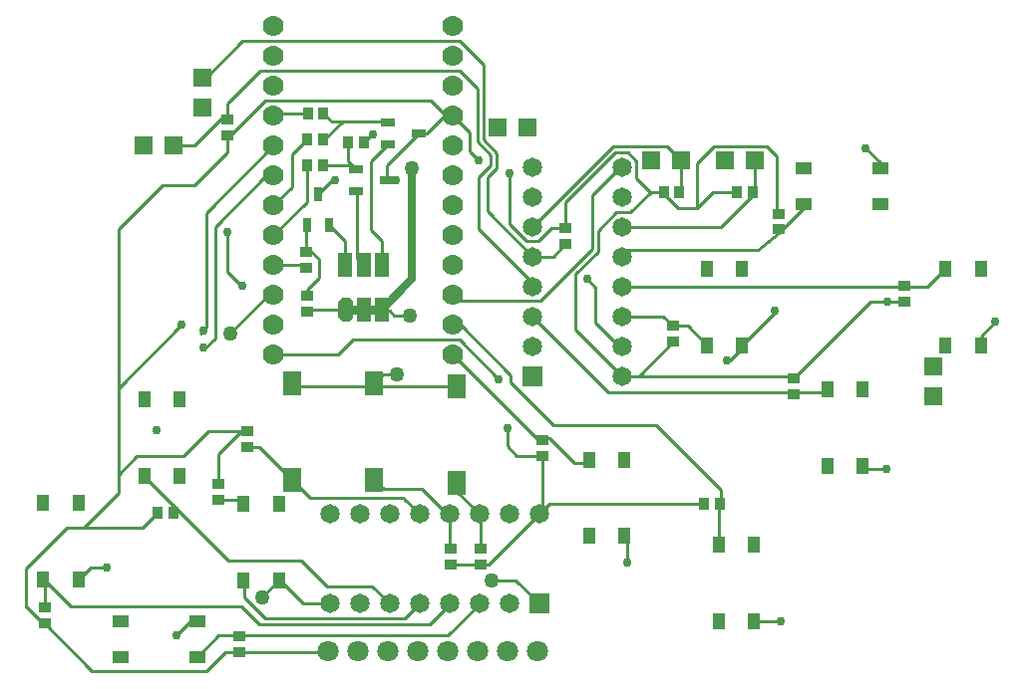
<source format=gtl>
G04*
G04 #@! TF.GenerationSoftware,Altium Limited,CircuitMaker,2.2.1 (2.2.1.6)*
G04*
G04 Layer_Physical_Order=1*
G04 Layer_Color=25308*
%FSLAX25Y25*%
%MOIN*%
G70*
G04*
G04 #@! TF.SameCoordinates,7D6918CB-AAF1-45DD-B34D-4DF02806F7BC*
G04*
G04*
G04 #@! TF.FilePolarity,Positive*
G04*
G01*
G75*
%ADD12C,0.01000*%
%ADD32R,0.04134X0.03543*%
%ADD33R,0.03543X0.04134*%
%ADD34R,0.05905X0.07874*%
%ADD35R,0.04724X0.02559*%
%ADD36R,0.05000X0.08000*%
G04:AMPARAMS|DCode=37|XSize=50mil|YSize=80mil|CornerRadius=0mil|HoleSize=0mil|Usage=FLASHONLY|Rotation=0.000|XOffset=0mil|YOffset=0mil|HoleType=Round|Shape=Octagon|*
%AMOCTAGOND37*
4,1,8,-0.01250,0.04000,0.01250,0.04000,0.02500,0.02750,0.02500,-0.02750,0.01250,-0.04000,-0.01250,-0.04000,-0.02500,-0.02750,-0.02500,0.02750,-0.01250,0.04000,0.0*
%
%ADD37OCTAGOND37*%

%ADD38R,0.02559X0.04724*%
%ADD39C,0.02500*%
%ADD40C,0.03000*%
%ADD41R,0.05905X0.05905*%
%ADD42R,0.04331X0.05512*%
%ADD43R,0.05512X0.04331*%
%ADD44C,0.07087*%
%ADD45R,0.05905X0.05905*%
%ADD46C,0.06500*%
%ADD47R,0.06500X0.06500*%
%ADD48C,0.07000*%
%ADD49R,0.06500X0.06500*%
%ADD50C,0.03000*%
%ADD51C,0.05000*%
D12*
X240846Y106988D02*
X245571Y111713D01*
X255906Y123031D02*
Y123622D01*
X245079Y112205D02*
X255906Y123031D01*
X167323Y169464D02*
X167433Y169574D01*
X167323Y152731D02*
Y169464D01*
Y152731D02*
X172993Y147061D01*
X176928D01*
X159843Y168286D02*
X163087Y171530D01*
X159843Y156929D02*
Y168286D01*
Y156929D02*
X174961Y141811D01*
X157087Y168359D02*
X161087Y172359D01*
X157087Y150984D02*
Y168359D01*
Y150984D02*
X174961Y133110D01*
X176928Y147061D02*
X181147Y151279D01*
X186024D01*
X126181Y172244D02*
X137008Y183071D01*
X126181Y167323D02*
Y172244D01*
X103347Y162598D02*
X108071Y167323D01*
X109055D01*
X196882Y143484D02*
Y150450D01*
X189307Y135909D02*
X196882Y143484D01*
X177538Y126969D02*
X194882Y144312D01*
X150354Y126969D02*
X177538D01*
X194882Y144312D02*
Y162402D01*
X203937Y111811D02*
X204961D01*
X196063Y119685D02*
X203937Y111811D01*
X196063Y119685D02*
Y131496D01*
X193307Y134252D02*
X196063Y131496D01*
X189307Y117465D02*
X204961Y101811D01*
X189307Y117465D02*
Y135909D01*
X196882Y150450D02*
X202993Y156561D01*
X148425Y128898D02*
X150354Y126969D01*
X163087Y171530D02*
Y176501D01*
X158465Y181123D02*
X163087Y176501D01*
X158465Y181123D02*
Y205929D01*
X156465Y180295D02*
X161087Y175673D01*
X156465Y180295D02*
Y197929D01*
X161087Y172359D02*
Y175673D01*
X150496Y213898D02*
X158465Y205929D01*
X150496Y203898D02*
X156465Y197929D01*
X145591Y188898D02*
X145841D01*
X148425D02*
X153937Y183386D01*
Y177165D02*
Y183386D01*
Y177165D02*
X157087Y174016D01*
X66535Y83268D02*
X77559D01*
X69882Y75590D02*
X77559Y83268D01*
X69882Y65650D02*
Y75590D01*
X166535Y78347D02*
Y84252D01*
Y78347D02*
X169783Y75098D01*
X178150D01*
X125000Y102362D02*
X129528D01*
X122047Y99410D02*
X125000Y102362D01*
X128740Y122047D02*
X133858D01*
X127173Y123614D02*
X128740Y122047D01*
X115079Y113898D02*
X150496D01*
X110079Y108898D02*
X115079Y113898D01*
X88425Y108898D02*
X110079D01*
X150967Y118898D02*
X167647Y102217D01*
X148425Y118898D02*
X150967D01*
X163647Y100560D02*
Y100747D01*
X150496Y113898D02*
X163647Y100747D01*
X167647Y99676D02*
X182063Y85260D01*
X167647Y99676D02*
Y102217D01*
X124016Y123614D02*
X127173D01*
X95472Y98425D02*
X149606D01*
X148425Y108898D02*
X176157Y81165D01*
X180646D01*
X77559Y131890D02*
X78051D01*
X72835Y136614D02*
X77559Y131890D01*
X72835Y136614D02*
Y150000D01*
X86075Y168898D02*
X88425D01*
X68835Y151657D02*
X86075Y168898D01*
X68835Y148343D02*
Y151657D01*
Y148343D02*
X68898Y148280D01*
Y114422D02*
Y148280D01*
X99544Y123351D02*
X100295Y124102D01*
X112504D01*
X42618Y74902D02*
X58169D01*
X36527Y68810D02*
X42618Y74902D01*
X24803Y51083D02*
X36527Y62806D01*
X24803Y51083D02*
X44488D01*
X19193D02*
X24803D01*
X36527Y97649D02*
X57776Y118898D01*
X36527Y62806D02*
Y97638D01*
X36516D02*
X36527Y97649D01*
X36516Y97638D02*
X36527D01*
Y97649D02*
Y151094D01*
X293553Y126673D02*
X299311D01*
X287795D02*
X293553D01*
X88425Y188898D02*
X89291Y189764D01*
X99803D01*
X105020Y180610D02*
X111480Y187071D01*
X107811D02*
X111480D01*
X105118Y189764D02*
X107811Y187071D01*
X118504Y179921D02*
X121653Y183071D01*
Y182677D02*
Y183071D01*
X111480Y187071D02*
X126512D01*
X126772Y186811D01*
X85630Y193898D02*
X140841D01*
X145841Y188898D01*
X83819Y203898D02*
X150496D01*
X114764Y172244D02*
X115945Y171063D01*
X113189Y173819D02*
X114764Y172244D01*
X113189Y173819D02*
Y179921D01*
X94488Y175886D02*
X99705Y181102D01*
X94488Y164961D02*
Y175886D01*
X88425Y158898D02*
X94488Y164961D01*
X103543Y134646D02*
Y140945D01*
X101083Y143405D02*
X103543Y140945D01*
X99410Y143405D02*
X101083Y143405D01*
X99544Y130646D02*
X103543Y134646D01*
X99544Y128666D02*
Y130646D01*
X99705Y160177D02*
Y172244D01*
X88425Y148898D02*
X99705Y160177D01*
X123031Y99410D02*
X124016Y100394D01*
X94488Y67126D02*
X100591Y61024D01*
X131890D01*
X122047Y99410D02*
X123031D01*
X186024Y160046D02*
X202539Y176561D01*
X186024Y151279D02*
Y160046D01*
X214567Y163386D02*
X218799D01*
X207742Y156561D02*
X214567Y163386D01*
X202993Y156561D02*
X207742D01*
X214253Y163386D02*
X218799D01*
X209711Y167929D02*
X214253Y163386D01*
X209711Y167929D02*
Y173778D01*
X206928Y176561D02*
X209711Y173778D01*
X202539Y176561D02*
X206928D01*
X181870Y141811D02*
X186024Y145965D01*
X174961Y141811D02*
X181870D01*
X65945Y201772D02*
X78071Y213898D01*
X150496D01*
X174961Y131811D02*
Y133110D01*
X139764Y183071D02*
X145591Y188898D01*
X137008Y183071D02*
X139764D01*
X145841Y188898D02*
X148425D01*
X72835Y182382D02*
X74114D01*
X85630Y193898D01*
X72835Y176673D02*
Y182382D01*
X70866Y187992D02*
X72835D01*
X62008Y179134D02*
X70866Y187992D01*
X55118Y179134D02*
X62008D01*
X72835Y187992D02*
Y192913D01*
X83819Y203898D01*
X62992Y201772D02*
X65945D01*
X121063Y173622D02*
X126772Y179331D01*
X121063Y150591D02*
Y173622D01*
Y150591D02*
X124504Y147150D01*
X194882Y162402D02*
X204291Y171811D01*
X204961D01*
X169252Y33465D02*
X177126Y25591D01*
X161417Y33465D02*
X169252D01*
X70004Y14886D02*
X146776D01*
X62992Y7874D02*
X70004Y14886D01*
X146776D02*
X157303Y25413D01*
X83693Y18669D02*
X140717D01*
X85459Y20841D02*
X132376D01*
X106299Y31496D02*
X121221D01*
X127126Y25591D01*
X132376Y20841D02*
X137126Y25591D01*
X160216Y38681D02*
X177126Y55590D01*
X157480Y38681D02*
X160216D01*
X147638D02*
X157480D01*
X84646Y27559D02*
Y27953D01*
X90158Y33465D01*
X78740Y27559D02*
Y33465D01*
X77461Y60335D02*
X78740Y59055D01*
Y27559D02*
X85459Y20841D01*
X147382Y25335D02*
X148130Y26083D01*
X140717Y18669D02*
X147382Y25335D01*
X77756Y24606D02*
X83693Y18669D01*
X20669Y24606D02*
X77756D01*
X86575Y128898D02*
X88425D01*
X73819Y116142D02*
X86575Y128898D01*
X65696Y111221D02*
X68898Y114422D01*
X64961Y111221D02*
X65696D01*
X64945Y117110D02*
X65913Y118079D01*
X63976Y116142D02*
X64945Y117110D01*
X65913Y118079D02*
Y156386D01*
X106358Y9547D02*
X106653Y9843D01*
X77067Y9547D02*
X106358D01*
X65913Y156386D02*
X88425Y178898D01*
X65945Y3051D02*
X72441Y9547D01*
X98602Y138898D02*
X99410Y138091D01*
X88425Y138898D02*
X98602D01*
X124504Y139102D02*
Y147150D01*
X116401Y141205D02*
X118504Y139102D01*
X116401Y141205D02*
Y163127D01*
X115945Y163583D02*
X116401Y163127D01*
X112401Y139173D02*
Y147048D01*
X107087Y152362D02*
X112401Y147048D01*
X99410Y152165D02*
X99606Y152362D01*
X99410Y143405D02*
Y152165D01*
X105020Y172244D02*
X114764D01*
X285433Y70866D02*
X293307D01*
X94488Y99410D02*
X95472Y98425D01*
X58169Y74902D02*
X66535Y83268D01*
X23228Y33858D02*
X27165Y37795D01*
X32677D01*
X60728Y19685D02*
X62992D01*
X56102Y15059D02*
X60728Y19685D01*
X61910Y165748D02*
X72835Y176673D01*
X51181Y165748D02*
X61910D01*
X36527Y151094D02*
X51181Y165748D01*
X44488Y51083D02*
X49508Y56102D01*
X5610Y37500D02*
X19193Y51083D01*
X5610Y24311D02*
Y37500D01*
Y24311D02*
X5851D01*
X11166Y18996D01*
X11811D01*
Y33465D02*
X20669Y24606D01*
X11811Y24311D02*
Y33465D01*
Y18996D02*
X27756Y3051D01*
X65945D01*
X72441Y9547D02*
X77067D01*
X178150Y56614D02*
X180591Y59055D01*
X177126Y55590D02*
X178150Y56614D01*
X180591Y59055D02*
X232283D01*
X178150Y56614D02*
Y75098D01*
X210472Y101811D02*
X261673D01*
X204961D02*
X210472D01*
X221949Y113287D01*
X229823Y157972D02*
Y173031D01*
X235236Y178445D01*
X235379D01*
X235599Y178665D01*
X253224D01*
X256496Y175394D01*
Y156890D02*
Y175394D01*
Y156890D02*
X257185Y156201D01*
X258120Y150541D02*
X266535Y158957D01*
X250350Y144051D02*
X257333Y149754D01*
X207201Y144051D02*
X250350D01*
X257333Y149754D02*
X258120Y150541D01*
X262303Y101181D02*
X287795Y126673D01*
X299705Y131811D02*
X307008D01*
X261673Y101811D02*
X262303Y101181D01*
X240108Y106988D02*
X240846D01*
X200315Y96457D02*
X273622D01*
X182063Y85260D02*
X216235D01*
X218799Y162741D02*
Y163386D01*
Y162741D02*
X223568Y157972D01*
X229823D01*
X235236Y163386D01*
X243406D01*
X224114D02*
X224488Y163760D01*
Y174213D01*
X237791Y151811D02*
X249173Y163194D01*
Y174213D01*
X204961Y151811D02*
X237791D01*
X220035Y178665D02*
X224488Y174213D01*
X201815Y178665D02*
X220035D01*
X307008Y131811D02*
X312992Y137795D01*
X204961Y131811D02*
X299705D01*
X221890Y118661D02*
X226811D01*
X218740Y121811D02*
X221890Y118661D01*
X204961Y121811D02*
X218740D01*
X226811Y118661D02*
X233268Y112205D01*
X204961Y141811D02*
X207201Y144051D01*
X174961Y151811D02*
X201815Y178665D01*
X45276Y68526D02*
Y68898D01*
Y68154D02*
Y68526D01*
Y68154D02*
X73272Y40157D01*
X97638D02*
X106299Y31496D01*
X73272Y40157D02*
X97638D01*
X237894Y59055D02*
Y63601D01*
X237205Y58366D02*
X237894Y59055D01*
X216235Y85260D02*
X237894Y63601D01*
X237205Y46260D02*
X238189Y45276D01*
X237205Y46260D02*
Y58366D01*
X174961Y121811D02*
X200315Y96457D01*
X188976Y72835D02*
X194882D01*
X180646Y81165D02*
X188976Y72835D01*
X125197Y63976D02*
X137795D01*
X122047Y67126D02*
X125197Y63976D01*
X131890Y60827D02*
X137126Y55590D01*
X131890Y60827D02*
Y61024D01*
X157126Y55590D02*
X157480Y55236D01*
Y43996D02*
Y55236D01*
X147126Y44508D02*
X147638Y43996D01*
X147126Y44508D02*
Y55590D01*
X83563Y78051D02*
X94488Y67126D01*
X79724Y78051D02*
X83563D01*
X69882Y60335D02*
X77461D01*
X137795Y63976D02*
X146181Y55590D01*
X147126D01*
X149606Y63110D02*
Y66142D01*
Y63110D02*
X157126Y55590D01*
X98425Y25591D02*
X107126D01*
X90551Y33465D02*
X98425Y25591D01*
X206693Y39370D02*
Y47244D01*
X250000Y19685D02*
X257874D01*
X324803Y115157D02*
X329724Y120079D01*
X324803Y112205D02*
Y115157D01*
X291339Y171260D02*
Y173228D01*
X286417Y178150D02*
X291339Y173228D01*
D32*
X157480Y38681D02*
D03*
Y43996D02*
D03*
X147638Y38681D02*
D03*
Y43996D02*
D03*
X77067Y14862D02*
D03*
Y9547D02*
D03*
X11811Y24311D02*
D03*
Y18996D02*
D03*
X257185Y156201D02*
D03*
Y150886D02*
D03*
X221949Y118602D02*
D03*
Y113287D02*
D03*
X99544Y128666D02*
D03*
Y123351D02*
D03*
X99410Y143405D02*
D03*
Y138091D02*
D03*
X72835Y182382D02*
D03*
Y187697D02*
D03*
X186024Y145965D02*
D03*
Y151279D02*
D03*
X69882Y60335D02*
D03*
Y65650D02*
D03*
X79724Y78051D02*
D03*
Y83366D02*
D03*
X299311Y131988D02*
D03*
Y126673D02*
D03*
X262303Y95866D02*
D03*
Y101181D02*
D03*
X178150Y80413D02*
D03*
Y75098D02*
D03*
D33*
X49508Y56102D02*
D03*
X54823D02*
D03*
X232283Y59055D02*
D03*
X237598D02*
D03*
X218799Y163386D02*
D03*
X224114D02*
D03*
X243406D02*
D03*
X248721D02*
D03*
X99705Y172244D02*
D03*
X105020D02*
D03*
X99705Y181102D02*
D03*
X105020D02*
D03*
X105118Y189764D02*
D03*
X99803D02*
D03*
X118504Y179921D02*
D03*
X113189D02*
D03*
D34*
X149606Y66142D02*
D03*
Y98425D02*
D03*
X122047Y67126D02*
D03*
Y99410D02*
D03*
X94488Y67126D02*
D03*
Y99410D02*
D03*
D35*
X126772Y186811D02*
D03*
Y179331D02*
D03*
X137008Y183071D02*
D03*
X115945Y171063D02*
D03*
Y163583D02*
D03*
X126181Y167323D02*
D03*
D36*
X124504Y124102D02*
D03*
X118504D02*
D03*
X124504Y139102D02*
D03*
X118504D02*
D03*
X112401Y139173D02*
D03*
D37*
X112504Y124102D02*
D03*
D38*
X103347Y162598D02*
D03*
X107087Y152362D02*
D03*
X99606D02*
D03*
D39*
X134646Y134244D02*
Y171260D01*
X124504Y124102D02*
X134646Y134244D01*
X105020Y180610D02*
Y181102D01*
D40*
X118504Y124102D02*
X124504D01*
X124016Y123614D02*
X124504Y124102D01*
X112504D02*
X118504D01*
D41*
X239173Y174213D02*
D03*
X249173D02*
D03*
X214488D02*
D03*
X224488D02*
D03*
X45118Y179134D02*
D03*
X55118D02*
D03*
X173228Y185039D02*
D03*
X163228D02*
D03*
D42*
X23228Y59449D02*
D03*
X11417D02*
D03*
X23228Y33858D02*
D03*
X11417D02*
D03*
X193898Y48228D02*
D03*
X205709D02*
D03*
X193898Y73819D02*
D03*
X205709D02*
D03*
X237205Y19685D02*
D03*
X249016D02*
D03*
X237205Y45276D02*
D03*
X249016D02*
D03*
X90158Y59055D02*
D03*
X78347D02*
D03*
X90158Y33465D02*
D03*
X78347D02*
D03*
X285433Y97441D02*
D03*
X273622D02*
D03*
X285433Y71850D02*
D03*
X273622D02*
D03*
X324803Y137795D02*
D03*
X312992D02*
D03*
X324803Y112205D02*
D03*
X312992D02*
D03*
X245079Y137795D02*
D03*
X233268D02*
D03*
X245079Y112205D02*
D03*
X233268D02*
D03*
X57087Y94116D02*
D03*
X45276D02*
D03*
X57087Y68526D02*
D03*
X45276D02*
D03*
D43*
X62992Y7874D02*
D03*
Y19685D02*
D03*
X37402Y7874D02*
D03*
Y19685D02*
D03*
X265748Y171260D02*
D03*
Y159449D02*
D03*
X291339Y171260D02*
D03*
Y159449D02*
D03*
D44*
X176654Y9843D02*
D03*
X166654D02*
D03*
X156653D02*
D03*
X146653D02*
D03*
X136653D02*
D03*
X126654D02*
D03*
X116654D02*
D03*
X106653D02*
D03*
D45*
X309055Y95000D02*
D03*
Y105000D02*
D03*
X64468Y191772D02*
D03*
Y201772D02*
D03*
D46*
X204961Y101811D02*
D03*
Y111811D02*
D03*
Y121811D02*
D03*
Y131811D02*
D03*
Y141811D02*
D03*
Y151811D02*
D03*
Y161811D02*
D03*
Y171811D02*
D03*
X174961D02*
D03*
Y161811D02*
D03*
Y151811D02*
D03*
Y141811D02*
D03*
Y131811D02*
D03*
Y121811D02*
D03*
Y111811D02*
D03*
X167126Y25591D02*
D03*
X157126D02*
D03*
X147126D02*
D03*
X137126D02*
D03*
X127126D02*
D03*
X117126D02*
D03*
X107126D02*
D03*
Y55590D02*
D03*
X117126D02*
D03*
X127126D02*
D03*
X137126D02*
D03*
X147126D02*
D03*
X157126D02*
D03*
X167126D02*
D03*
X177126D02*
D03*
D47*
X174961Y101811D02*
D03*
D48*
X148425Y138898D02*
D03*
Y148898D02*
D03*
X88425Y218898D02*
D03*
Y208898D02*
D03*
Y198898D02*
D03*
Y188898D02*
D03*
Y178898D02*
D03*
Y168898D02*
D03*
Y158898D02*
D03*
Y148898D02*
D03*
Y138898D02*
D03*
Y128898D02*
D03*
Y118898D02*
D03*
Y108898D02*
D03*
X148425Y218898D02*
D03*
Y208898D02*
D03*
Y198898D02*
D03*
Y188898D02*
D03*
Y178898D02*
D03*
Y168898D02*
D03*
Y158898D02*
D03*
Y128898D02*
D03*
Y118898D02*
D03*
Y108898D02*
D03*
D49*
X177126Y25591D02*
D03*
D50*
X255906Y123622D02*
D03*
X167433Y169574D02*
D03*
X109055Y167323D02*
D03*
X129134D02*
D03*
X193307Y134252D02*
D03*
X157087Y174016D02*
D03*
X166535Y84252D02*
D03*
X163647Y100560D02*
D03*
X78051Y131890D02*
D03*
X72835Y150000D02*
D03*
X293553Y126673D02*
D03*
X121653Y182677D02*
D03*
X64961Y111221D02*
D03*
X64945Y117110D02*
D03*
X57776Y118898D02*
D03*
X49311Y83661D02*
D03*
X32677Y37795D02*
D03*
X56102Y15059D02*
D03*
X240108Y106988D02*
D03*
X206693Y39370D02*
D03*
X257874Y19685D02*
D03*
X293307Y70866D02*
D03*
X329724Y120079D02*
D03*
X286417Y178150D02*
D03*
D51*
X129528Y102362D02*
D03*
X133858Y122047D02*
D03*
X134646Y171260D02*
D03*
X161417Y33465D02*
D03*
X84646Y27559D02*
D03*
X73819Y116142D02*
D03*
M02*

</source>
